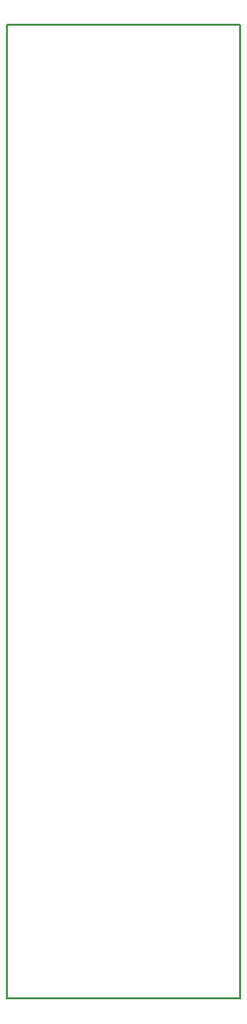
<source format=gm1>
G04 #@! TF.GenerationSoftware,KiCad,Pcbnew,(5.1.9-0-10_14)*
G04 #@! TF.CreationDate,2021-01-28T12:41:14+01:00*
G04 #@! TF.ProjectId,instrumnet,696e7374-7275-46d6-9e65-742e6b696361,rev?*
G04 #@! TF.SameCoordinates,Original*
G04 #@! TF.FileFunction,Profile,NP*
%FSLAX46Y46*%
G04 Gerber Fmt 4.6, Leading zero omitted, Abs format (unit mm)*
G04 Created by KiCad (PCBNEW (5.1.9-0-10_14)) date 2021-01-28 12:41:14*
%MOMM*%
%LPD*%
G01*
G04 APERTURE LIST*
G04 #@! TA.AperFunction,Profile*
%ADD10C,0.150000*%
G04 #@! TD*
G04 APERTURE END LIST*
D10*
X124500000Y-63650000D02*
X144500000Y-63650000D01*
X124500000Y-147050000D02*
X124500000Y-63650000D01*
X144500000Y-147050000D02*
X124500000Y-147050000D01*
X144500000Y-63650000D02*
X144500000Y-147050000D01*
M02*

</source>
